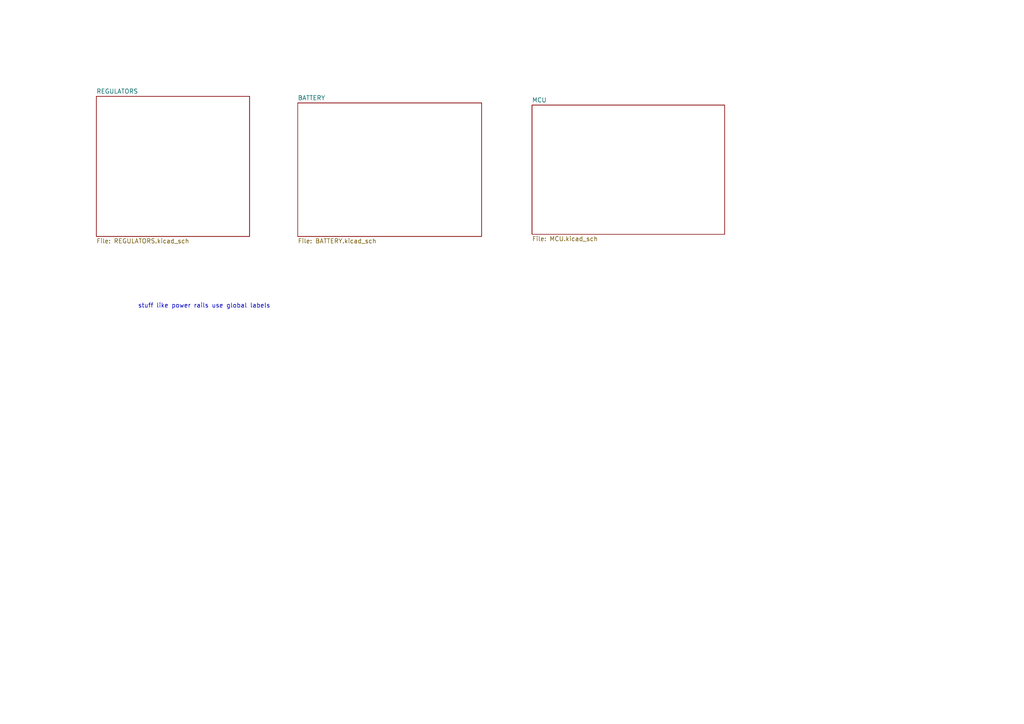
<source format=kicad_sch>
(kicad_sch (version 20211123) (generator eeschema)
  (paper "A4")
  (lib_symbols)
  (text "stuff like power rails use global labels\n" (at 40.005 89.535 0) (effects (font (size 1.27 1.27)) (justify left bottom)))
  (sheet (at 154.305 30.48) (size 55.88 37.465) (stroke (width 0.1524))
    (property "Sheet name" "MCU" (at 154.305 29.7684 0) (effects (justify left bottom)))
    (property "Sheet file" "MCU.kicad_sch" (at 154.305 68.5296 0) (effects (justify left top)))
  )
  (sheet (at 27.94 27.94) (size 44.45 40.64) (stroke (width 0.1524))
    (property "Sheet name" "REGULATORS" (at 27.94 27.2284 0) (effects (justify left bottom)))
    (property "Sheet file" "REGULATORS.kicad_sch" (at 27.94 69.1646 0) (effects (justify left top)))
  )
  (sheet (at 86.36 29.845) (size 53.34 38.735) (stroke (width 0.1524))
    (property "Sheet name" "BATTERY" (at 86.36 29.1334 0) (effects (justify left bottom)))
    (property "Sheet file" "BATTERY.kicad_sch" (at 86.36 69.1646 0) (effects (justify left top)))
  )
)
</source>
